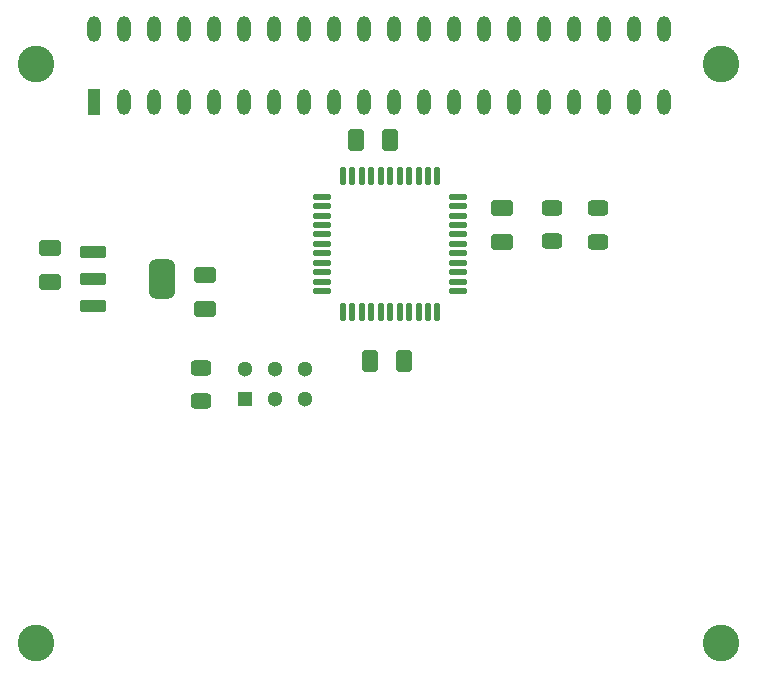
<source format=gts>
G04*
G04 #@! TF.GenerationSoftware,Altium Limited,Altium Designer,18.0.12 (696)*
G04*
G04 Layer_Color=8388736*
%FSAX25Y25*%
%MOIN*%
G70*
G01*
G75*
G04:AMPARAMS|DCode=25|XSize=41.34mil|YSize=88.58mil|CornerRadius=11.32mil|HoleSize=0mil|Usage=FLASHONLY|Rotation=90.000|XOffset=0mil|YOffset=0mil|HoleType=Round|Shape=RoundedRectangle|*
%AMROUNDEDRECTD25*
21,1,0.04134,0.06594,0,0,90.0*
21,1,0.01870,0.08858,0,0,90.0*
1,1,0.02264,0.03297,0.00935*
1,1,0.02264,0.03297,-0.00935*
1,1,0.02264,-0.03297,-0.00935*
1,1,0.02264,-0.03297,0.00935*
%
%ADD25ROUNDEDRECTD25*%
G04:AMPARAMS|DCode=26|XSize=131.89mil|YSize=88.58mil|CornerRadius=23.13mil|HoleSize=0mil|Usage=FLASHONLY|Rotation=90.000|XOffset=0mil|YOffset=0mil|HoleType=Round|Shape=RoundedRectangle|*
%AMROUNDEDRECTD26*
21,1,0.13189,0.04232,0,0,90.0*
21,1,0.08563,0.08858,0,0,90.0*
1,1,0.04626,0.02116,0.04282*
1,1,0.04626,0.02116,-0.04282*
1,1,0.04626,-0.02116,-0.04282*
1,1,0.04626,-0.02116,0.04282*
%
%ADD26ROUNDEDRECTD26*%
G04:AMPARAMS|DCode=27|XSize=74.8mil|YSize=55.12mil|CornerRadius=14.76mil|HoleSize=0mil|Usage=FLASHONLY|Rotation=270.000|XOffset=0mil|YOffset=0mil|HoleType=Round|Shape=RoundedRectangle|*
%AMROUNDEDRECTD27*
21,1,0.07480,0.02559,0,0,270.0*
21,1,0.04528,0.05512,0,0,270.0*
1,1,0.02953,-0.01280,-0.02264*
1,1,0.02953,-0.01280,0.02264*
1,1,0.02953,0.01280,0.02264*
1,1,0.02953,0.01280,-0.02264*
%
%ADD27ROUNDEDRECTD27*%
G04:AMPARAMS|DCode=28|XSize=19.68mil|YSize=61.94mil|CornerRadius=5.91mil|HoleSize=0mil|Usage=FLASHONLY|Rotation=90.000|XOffset=0mil|YOffset=0mil|HoleType=Round|Shape=RoundedRectangle|*
%AMROUNDEDRECTD28*
21,1,0.01968,0.05013,0,0,90.0*
21,1,0.00787,0.06194,0,0,90.0*
1,1,0.01181,0.02506,0.00394*
1,1,0.01181,0.02506,-0.00394*
1,1,0.01181,-0.02506,-0.00394*
1,1,0.01181,-0.02506,0.00394*
%
%ADD28ROUNDEDRECTD28*%
G04:AMPARAMS|DCode=29|XSize=19.68mil|YSize=61.94mil|CornerRadius=5.91mil|HoleSize=0mil|Usage=FLASHONLY|Rotation=0.000|XOffset=0mil|YOffset=0mil|HoleType=Round|Shape=RoundedRectangle|*
%AMROUNDEDRECTD29*
21,1,0.01968,0.05013,0,0,0.0*
21,1,0.00787,0.06194,0,0,0.0*
1,1,0.01181,0.00394,-0.02506*
1,1,0.01181,-0.00394,-0.02506*
1,1,0.01181,-0.00394,0.02506*
1,1,0.01181,0.00394,0.02506*
%
%ADD29ROUNDEDRECTD29*%
G04:AMPARAMS|DCode=30|XSize=68.9mil|YSize=51.18mil|CornerRadius=13.78mil|HoleSize=0mil|Usage=FLASHONLY|Rotation=0.000|XOffset=0mil|YOffset=0mil|HoleType=Round|Shape=RoundedRectangle|*
%AMROUNDEDRECTD30*
21,1,0.06890,0.02362,0,0,0.0*
21,1,0.04134,0.05118,0,0,0.0*
1,1,0.02756,0.02067,-0.01181*
1,1,0.02756,-0.02067,-0.01181*
1,1,0.02756,-0.02067,0.01181*
1,1,0.02756,0.02067,0.01181*
%
%ADD30ROUNDEDRECTD30*%
G04:AMPARAMS|DCode=31|XSize=74.8mil|YSize=55.12mil|CornerRadius=14.76mil|HoleSize=0mil|Usage=FLASHONLY|Rotation=0.000|XOffset=0mil|YOffset=0mil|HoleType=Round|Shape=RoundedRectangle|*
%AMROUNDEDRECTD31*
21,1,0.07480,0.02559,0,0,0.0*
21,1,0.04528,0.05512,0,0,0.0*
1,1,0.02953,0.02264,-0.01280*
1,1,0.02953,-0.02264,-0.01280*
1,1,0.02953,-0.02264,0.01280*
1,1,0.02953,0.02264,0.01280*
%
%ADD31ROUNDEDRECTD31*%
%ADD32O,0.04409X0.08661*%
%ADD33R,0.04409X0.08661*%
%ADD34C,0.05118*%
%ADD35R,0.05118X0.05118*%
%ADD36C,0.12205*%
D25*
X0046583Y0146955D02*
D03*
Y0137900D02*
D03*
Y0128845D02*
D03*
D26*
X0069417Y0137900D02*
D03*
D27*
X0134091Y0184100D02*
D03*
X0145509D02*
D03*
X0138691Y0110700D02*
D03*
X0150109D02*
D03*
D28*
X0168200Y0133852D02*
D03*
Y0137002D02*
D03*
Y0140151D02*
D03*
Y0143301D02*
D03*
Y0146450D02*
D03*
Y0149600D02*
D03*
Y0152750D02*
D03*
Y0155899D02*
D03*
Y0159049D02*
D03*
Y0162198D02*
D03*
Y0165348D02*
D03*
X0123000D02*
D03*
Y0162198D02*
D03*
Y0159049D02*
D03*
Y0155899D02*
D03*
Y0152750D02*
D03*
Y0149600D02*
D03*
Y0146450D02*
D03*
Y0143301D02*
D03*
Y0140151D02*
D03*
Y0137002D02*
D03*
Y0133852D02*
D03*
D29*
X0161348Y0172200D02*
D03*
X0158198D02*
D03*
X0155049D02*
D03*
X0151899D02*
D03*
X0148750D02*
D03*
X0145600D02*
D03*
X0142450D02*
D03*
X0139301D02*
D03*
X0136151D02*
D03*
X0133002D02*
D03*
X0129852D02*
D03*
Y0127000D02*
D03*
X0133002D02*
D03*
X0136151D02*
D03*
X0139301D02*
D03*
X0142450D02*
D03*
X0145600D02*
D03*
X0148750D02*
D03*
X0151899D02*
D03*
X0155049D02*
D03*
X0158198D02*
D03*
X0161348D02*
D03*
D30*
X0199400Y0161512D02*
D03*
Y0150488D02*
D03*
X0215000Y0150388D02*
D03*
Y0161412D02*
D03*
X0082400Y0097188D02*
D03*
Y0108212D02*
D03*
D31*
X0182900Y0150091D02*
D03*
Y0161509D02*
D03*
X0032200Y0148209D02*
D03*
Y0136791D02*
D03*
X0084000Y0139209D02*
D03*
Y0127791D02*
D03*
D32*
X0216853Y0221343D02*
D03*
X0226853D02*
D03*
X0236853D02*
D03*
X0116853Y0196934D02*
D03*
X0106853D02*
D03*
X0056853D02*
D03*
X0076853D02*
D03*
X0086853D02*
D03*
X0066853D02*
D03*
X0096853D02*
D03*
X0056853Y0221343D02*
D03*
X0066853D02*
D03*
X0226853Y0196934D02*
D03*
X0046853Y0221343D02*
D03*
X0076853D02*
D03*
X0216853Y0196934D02*
D03*
X0236853D02*
D03*
X0086853Y0221343D02*
D03*
X0166853D02*
D03*
X0136853D02*
D03*
X0146853D02*
D03*
X0186853D02*
D03*
X0206853D02*
D03*
X0096853D02*
D03*
X0116853D02*
D03*
X0106853D02*
D03*
X0176853D02*
D03*
X0126853D02*
D03*
X0196853D02*
D03*
X0156853D02*
D03*
X0206853Y0196934D02*
D03*
X0196853D02*
D03*
X0126853D02*
D03*
X0166853D02*
D03*
X0156853D02*
D03*
X0136853D02*
D03*
X0146853D02*
D03*
X0186853D02*
D03*
X0176853D02*
D03*
D33*
X0046853D02*
D03*
D34*
X0117200Y0107900D02*
D03*
X0107200D02*
D03*
X0097200D02*
D03*
X0117200Y0097900D02*
D03*
X0107200D02*
D03*
D35*
X0097200D02*
D03*
D36*
X0255987Y0209631D02*
D03*
X0027640Y0016717D02*
D03*
X0255987D02*
D03*
X0027640Y0209631D02*
D03*
M02*

</source>
